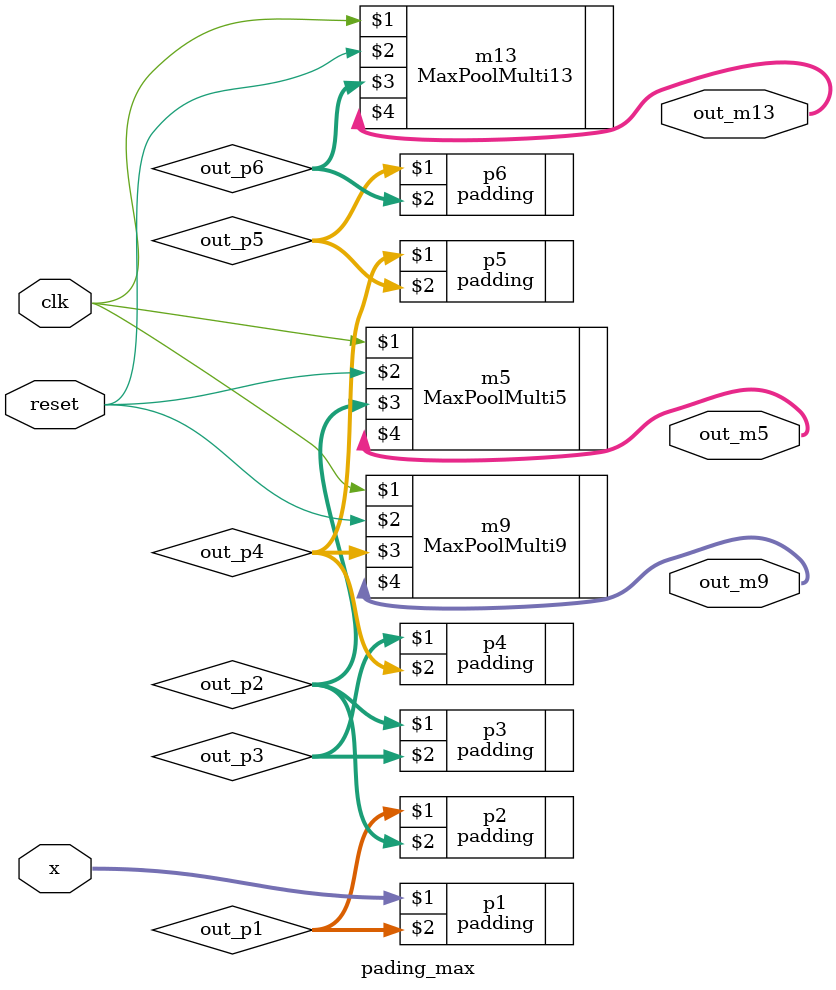
<source format=v>
`timescale 1ns / 1ps


module pading_max(clk,reset,x,out_m5,out_m9,out_m13);
localparam DATA_WIDTH = 16;
parameter K = 1; //Depth of image and filter
parameter H = 1; //Height of image
parameter W = 1; //Width of image

input clk,reset;
input [0:K*W*H*DATA_WIDTH-1] x;
wire [0:K*(H+2)*(W+2)*DATA_WIDTH-1] out_p1;
wire [0:K*(H+4)*(W+4)*DATA_WIDTH-1] out_p2;
wire [0:K*(H+6)*(W+6)*DATA_WIDTH-1] out_p3;
wire [0:K*(H+8)*(W+8)*DATA_WIDTH-1] out_p4;
wire [0:K*(H+10)*(W+10)*DATA_WIDTH-1] out_p5;
wire [0:K*(H+12)*(W+12)*DATA_WIDTH-1] out_p6;
output [0:K*(H)*(W)*DATA_WIDTH-1] out_m5;
output [0:K*(H)*(W)*DATA_WIDTH-1] out_m9;
output [0:K*(H)*(W)*DATA_WIDTH-1] out_m13;

padding#(.K(K),.H(H),.W(W)) p1(x,out_p1);
padding#(.K(K),.H(H+2),.W(W+2)) p2(out_p1,out_p2);
padding#(.K(K),.H(H+4),.W(W+4)) p3(out_p2,out_p3);
padding#(.K(K),.H(H+6),.W(W+6)) p4(out_p3,out_p4);
padding#(.K(K),.H(H+8),.W(W+8)) p5(out_p4,out_p5);
padding#(.K(K),.H(H+10),.W(W+10)) p6(out_p5,out_p6);
MaxPoolMulti5#(.D(K),.H(H+4),.W(W+4)) m5 (clk, reset, out_p2, out_m5);
MaxPoolMulti9#(.D(K),.H(H+8),.W(W+8)) m9 (clk, reset, out_p4, out_m9);
MaxPoolMulti13#(.D(K),.H(H+12),.W(W+12)) m13 (clk, reset, out_p6, out_m13);
endmodule

</source>
